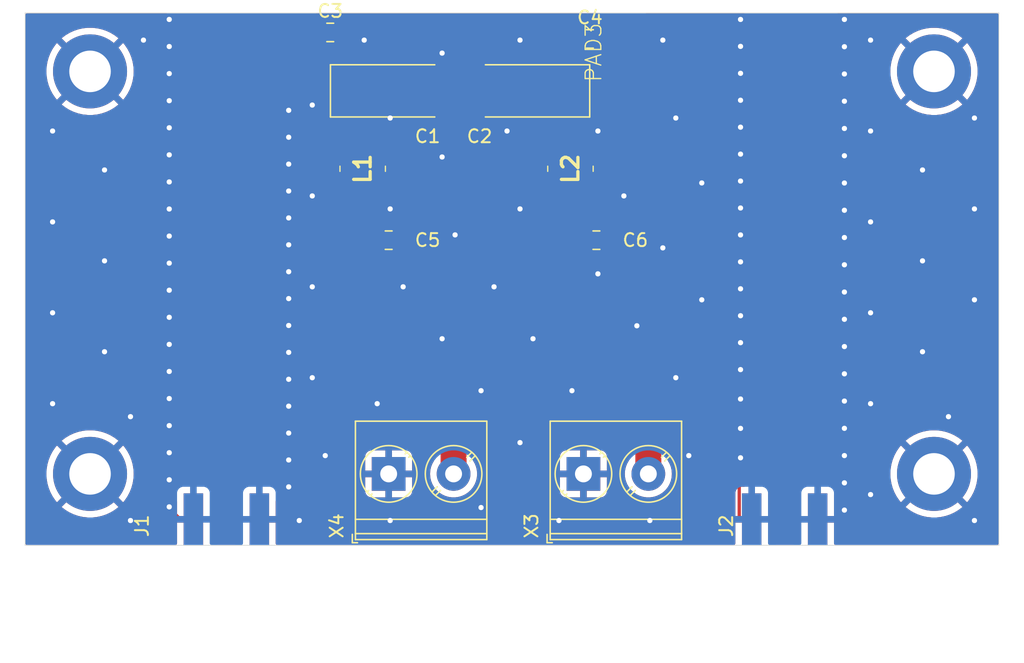
<source format=kicad_pcb>
(kicad_pcb (version 20221018) (generator pcbnew)
  (layers (0 "F.Cu" signal "Top") (31 "B.Cu" signal "Bottom") (34 "B.Paste" user) (35 "F.Paste" user) (36 "B.SilkS" user "B.Silkscreen") (37 "F.SilkS" user "F.Silkscreen") (38 "B.Mask" user) (39 "F.Mask" user) (44 "Edge.Cuts" user))
  (net 0 "")
  (net 1 "GND")
  (net 2 "Net-(C5-Pad1)")
  (net 3 "Net-(C6-Pad1)")
  (net 4 "Net-(J1-Pad1)")
  (net 5 "Net-(J2-Pad1)")
  (net 6 "Net-(C1-Pad1)")
  (net 7 "Net-(C2-Pad1)")
  (footprint "main_new:SMD2,54-5,08" (layer "F.Cu") (at 106.4911 102.4036)
    (fp_text reference "PAD1" hide)
    (fp_text value "SMD5")
    (pad "1" smd rect (at 0 0) (size 2.54 5.08) (layers "F.Cu" "F.Paste" "F.Mask") (net 4 "Net-(J1-Pad1)"))
  )
  (footprint "main_new:SMD2,54-5,08" (layer "F.Cu") (at 111.5911 102.4036)
    (fp_text reference "PAD2" hide)
    (fp_text value "SMD5")
    (pad "1" smd rect (at 0 0) (size 2.54 5.08) (layers "F.Cu" "F.Paste" "F.Mask") (net 6 "Net-(C1-Pad1)"))
  )
  (footprint "main_new:SMD2,54-5,08" (layer "F.Cu") (at 136.9911 102.4036)
    (fp_text reference "PAD3" (at -1.5 2.5 90) (layer "F.SilkS") (effects (font (size 1.2065 1.2065) (thickness 0.1016)) (justify left bottom)))
    (fp_text value "SMD5")
    (pad "1" smd rect (at 0 0) (size 2.54 5.08) (layers "F.Cu" "F.Paste" "F.Mask") (net 7 "Net-(C2-Pad1)"))
  )
  (footprint "main_new:SMD2,54-5,08" (layer "F.Cu") (at 149.5 102.5)
    (fp_text reference "PAD4" hide)
    (fp_text value "SMD5")
    (pad "1" smd rect (at 0 0) (size 2.54 5.08) (layers "F.Cu" "F.Paste" "F.Mask") (net 5 "Net-(J2-Pad1)"))
  )
  (footprint "SMA_PINS:SMA_EDGE_NRW" (layer "F.Cu") (at 106.5 138.5 -90)
    (fp_text reference "J1" (at 0.5 6.5 90) (layer "F.SilkS"))
    (fp_text value "Conn_Coaxial" hide)
    (pad "1" smd rect (at 0 0 270) (size 4 1.4) (layers "F.Cu" "F.Paste" "F.Mask") (net 4 "Net-(J1-Pad1)"))
    (pad "2" smd rect (at 0 -2.54 270) (size 4 1.5) (layers "F.Cu" "F.Paste" "F.Mask") (net 1 "GND"))
    (pad "2" smd rect (at 0 -2.54 270) (size 4 1.5) (layers "B.Cu" "B.Paste" "B.Mask") (net 1 "GND"))
    (pad "2" smd rect (at 0 2.54 270) (size 4 1.5) (layers "F.Cu" "F.Paste" "F.Mask") (net 1 "GND"))
    (pad "2" smd rect (at 0 2.54 270) (size 4 1.5) (layers "B.Cu" "B.Paste" "B.Mask") (net 1 "GND"))
  )
  (footprint "SMA_PINS:SMA_EDGE_NRW" (layer "F.Cu") (at 149.5 138.5 -90)
    (fp_text reference "J2" (at 0.5 4.5 270) (layer "F.SilkS"))
    (fp_text value "Conn_Coaxial" hide)
    (pad "1" smd rect (at 0 0 270) (size 4 1.4) (layers "F.Cu" "F.Paste" "F.Mask") (net 5 "Net-(J2-Pad1)"))
    (pad "2" smd rect (at 0 -2.54 270) (size 4 1.5) (layers "F.Cu" "F.Paste" "F.Mask") (net 1 "GND"))
    (pad "2" smd rect (at 0 -2.54 270) (size 4 1.5) (layers "B.Cu" "B.Paste" "B.Mask") (net 1 "GND"))
    (pad "2" smd rect (at 0 2.54 270) (size 4 1.5) (layers "F.Cu" "F.Paste" "F.Mask") (net 1 "GND"))
    (pad "2" smd rect (at 0 2.54 270) (size 4 1.5) (layers "B.Cu" "B.Paste" "B.Mask") (net 1 "GND"))
  )
  (footprint "MountingHole:MountingHole_3.2mm_M3_ISO7380_Pad" (layer "F.Cu") (at 161 104)
    (fp_text reference "H1" hide)
    (fp_text value "MountingHole_Pad")
    (pad "1" thru_hole circle (at 0 0) (size 5.7 5.7) (drill 3.2) (layers "*.Cu" "*.Mask") (net 1 "GND"))
  )
  (footprint "MountingHole:MountingHole_3.2mm_M3_ISO7380_Pad" (layer "F.Cu") (at 161 135)
    (fp_text reference "H2" hide)
    (fp_text value "MountingHole_Pad")
    (pad "1" thru_hole circle (at 0 0) (size 5.7 5.7) (drill 3.2) (layers "*.Cu" "*.Mask") (net 1 "GND"))
  )
  (footprint "MountingHole:MountingHole_3.2mm_M3_ISO7380_Pad" (layer "F.Cu") (at 96 135)
    (fp_text reference "H3" hide)
    (fp_text value "MountingHole_Pad")
    (pad "1" thru_hole circle (at 0 0) (size 5.7 5.7) (drill 3.2) (layers "*.Cu" "*.Mask") (net 1 "GND"))
  )
  (footprint "MountingHole:MountingHole_3.2mm_M3_ISO7380_Pad" (layer "F.Cu") (at 96 104)
    (fp_text reference "H4" hide)
    (fp_text value "MountingHole_Pad")
    (pad "1" thru_hole circle (at 0 0) (size 5.7 5.7) (drill 3.2) (layers "*.Cu" "*.Mask") (net 1 "GND"))
  )
  (footprint "Lib:XEL3520131MEB" (layer "F.Cu") (at 117 111.5 -90)
    (fp_text reference "L1" (at 0 0 90) (layer "F.SilkS") (effects (font (size 1.27 1.27) (thickness 0.254))))
    (fp_text value "130nH" hide)
    (fp_line (start -0.2 -1.75) (end 0.2 -1.75) (stroke (width 0.1)) (layer "F.SilkS"))
    (fp_line (start -0.2 1.75) (end 0.2 1.75) (stroke (width 0.1)) (layer "F.SilkS"))
    (pad "1" smd rect (at -0.9 0 270) (size 0.81 3.2) (layers "F.Cu" "F.Paste" "F.Mask") (net 6 "Net-(C1-Pad1)"))
    (pad "2" smd rect (at 0.9 0 270) (size 0.81 3.2) (layers "F.Cu" "F.Paste" "F.Mask") (net 2 "Net-(C5-Pad1)"))
  )
  (footprint "Lib:XEL3520131MEB" (layer "F.Cu") (at 133 111.5 -90)
    (fp_text reference "L2" (at 0 0 90) (layer "F.SilkS") (effects (font (size 1.27 1.27) (thickness 0.254))))
    (fp_text value "130nH" hide)
    (fp_line (start -0.2 -1.75) (end 0.2 -1.75) (stroke (width 0.1)) (layer "F.SilkS"))
    (fp_line (start -0.2 1.75) (end 0.2 1.75) (stroke (width 0.1)) (layer "F.SilkS"))
    (pad "1" smd rect (at -0.9 0 270) (size 0.81 3.2) (layers "F.Cu" "F.Paste" "F.Mask") (net 7 "Net-(C2-Pad1)"))
    (pad "2" smd rect (at 0.9 0 270) (size 0.81 3.2) (layers "F.Cu" "F.Paste" "F.Mask") (net 3 "Net-(C6-Pad1)"))
  )
  (footprint "Capacitor_SMD:C_0805_2012Metric_Pad1.15x1.40mm_HandSolder" (layer "F.Cu") (at 114.5 101)
    (fp_text reference "C3" (at 0 -1.65) (layer "F.SilkS"))
    (fp_text value "15n")
    (fp_line (start -0.261252 -0.71) (end 0.261252 -0.71) (stroke (width 0.12)) (layer "F.SilkS"))
    (fp_line (start -0.261252 0.71) (end 0.261252 0.71) (stroke (width 0.12)) (layer "F.SilkS"))
    (pad "1" smd roundrect (at -1.025 0) (size 1.15 1.4) (layers "F.Cu" "F.Paste" "F.Mask") (roundrect_rratio 0.217391) (net 6 "Net-(C1-Pad1)"))
    (pad "2" smd roundrect (at 1.025 0) (size 1.15 1.4) (layers "F.Cu" "F.Paste" "F.Mask") (roundrect_rratio 0.217391) (net 1 "GND"))
  )
  (footprint "Capacitor_SMD:C_0805_2012Metric_Pad1.15x1.40mm_HandSolder" (layer "F.Cu") (at 134.5 101.5)
    (fp_text reference "C4" (at 0 -1.65) (layer "F.SilkS"))
    (fp_text value "15n")
    (fp_line (start -0.261252 -0.71) (end 0.261252 -0.71) (stroke (width 0.12)) (layer "F.SilkS"))
    (fp_line (start -0.261252 0.71) (end 0.261252 0.71) (stroke (width 0.12)) (layer "F.SilkS"))
    (pad "1" smd roundrect (at -1.025 0) (size 1.15 1.4) (layers "F.Cu" "F.Paste" "F.Mask") (roundrect_rratio 0.217391) (net 1 "GND"))
    (pad "2" smd roundrect (at 1.025 0) (size 1.15 1.4) (layers "F.Cu" "F.Paste" "F.Mask") (roundrect_rratio 0.217391) (net 7 "Net-(C2-Pad1)"))
  )
  (footprint "Capacitor_SMD:C_0805_2012Metric_Pad1.15x1.40mm_HandSolder" (layer "F.Cu") (at 119 117)
    (fp_text reference "C5" (at 3 0) (layer "F.SilkS"))
    (fp_text value "15n")
    (fp_line (start -0.261252 -0.71) (end 0.261252 -0.71) (stroke (width 0.12)) (layer "F.SilkS"))
    (fp_line (start -0.261252 0.71) (end 0.261252 0.71) (stroke (width 0.12)) (layer "F.SilkS"))
    (pad "1" smd roundrect (at -1.025 0) (size 1.15 1.4) (layers "F.Cu" "F.Paste" "F.Mask") (roundrect_rratio 0.217391) (net 2 "Net-(C5-Pad1)"))
    (pad "2" smd roundrect (at 1.025 0) (size 1.15 1.4) (layers "F.Cu" "F.Paste" "F.Mask") (roundrect_rratio 0.217391) (net 1 "GND"))
  )
  (footprint "Capacitor_Tantalum_SMD:CP_EIA-7132-28_AVX-C_Pad2.72x3.50mm_HandSolder" (layer "F.Cu") (at 130 105.5 180)
    (fp_text reference "C2" (at 4 -3.5) (layer "F.SilkS"))
    (fp_text value "10uF")
    (fp_line (start -4.485 -2.01) (end -4.485 2.01) (stroke (width 0.12)) (layer "F.SilkS"))
    (fp_line (start -4.485 2.01) (end 3.55 2.01) (stroke (width 0.12)) (layer "F.SilkS"))
    (fp_line (start 3.55 -2.01) (end -4.485 -2.01) (stroke (width 0.12)) (layer "F.SilkS"))
    (pad "1" smd roundrect (at -2.8625 0 180) (size 2.725 3.5) (layers "F.Cu" "F.Paste" "F.Mask") (roundrect_rratio 0.091743) (net 7 "Net-(C2-Pad1)"))
    (pad "2" smd roundrect (at 2.8625 0 180) (size 2.725 3.5) (layers "F.Cu" "F.Paste" "F.Mask") (roundrect_rratio 0.091743) (net 1 "GND"))
  )
  (footprint "Capacitor_Tantalum_SMD:CP_EIA-7132-28_AVX-C_Pad2.72x3.50mm_HandSolder" (layer "F.Cu") (at 119 105.5)
    (fp_text reference "C1" (at 3 3.5) (layer "F.SilkS"))
    (fp_text value "10uF")
    (fp_line (start -4.485 -2.01) (end -4.485 2.01) (stroke (width 0.12)) (layer "F.SilkS"))
    (fp_line (start -4.485 2.01) (end 3.55 2.01) (stroke (width 0.12)) (layer "F.SilkS"))
    (fp_line (start 3.55 -2.01) (end -4.485 -2.01) (stroke (width 0.12)) (layer "F.SilkS"))
    (pad "1" smd roundrect (at -2.8625 0) (size 2.725 3.5) (layers "F.Cu" "F.Paste" "F.Mask") (roundrect_rratio 0.091743) (net 6 "Net-(C1-Pad1)"))
    (pad "2" smd roundrect (at 2.8625 0) (size 2.725 3.5) (layers "F.Cu" "F.Paste" "F.Mask") (roundrect_rratio 0.091743) (net 1 "GND"))
  )
  (footprint "TerminalBlock_Phoenix:TerminalBlock_Phoenix_PT-1,5-2-5.0-H_1x02_P5.00mm_Horizontal" (layer "F.Cu") (at 134 135)
    (fp_text reference "X3" (at -4 4 90) (layer "F.SilkS"))
    (fp_text value "AK500_2")
    (fp_line (start -2.8 4.66) (end -2.8 5.3) (stroke (width 0.12)) (layer "F.SilkS"))
    (fp_line (start -2.8 5.3) (end -2.4 5.3) (stroke (width 0.12)) (layer "F.SilkS"))
    (fp_line (start -2.56 -4.06) (end -2.56 5.06) (stroke (width 0.12)) (layer "F.SilkS"))
    (fp_line (start -2.56 -4.06) (end 7.56 -4.06) (stroke (width 0.12)) (layer "F.SilkS"))
    (fp_line (start -2.56 3.5) (end 7.56 3.5) (stroke (width 0.12)) (layer "F.SilkS"))
    (fp_line (start -2.56 4.6) (end 7.56 4.6) (stroke (width 0.12)) (layer "F.SilkS"))
    (fp_line (start -2.56 5.06) (end 7.56 5.06) (stroke (width 0.12)) (layer "F.SilkS"))
    (fp_line (start -1.548 1.281) (end -1.654 1.388) (stroke (width 0.12)) (layer "F.SilkS"))
    (fp_line (start -1.282 1.547) (end -1.388 1.654) (stroke (width 0.12)) (layer "F.SilkS"))
    (fp_line (start 1.388 -1.654) (end 1.281 -1.547) (stroke (width 0.12)) (layer "F.SilkS"))
    (fp_line (start 1.654 -1.388) (end 1.547 -1.281) (stroke (width 0.12)) (layer "F.SilkS"))
    (fp_line (start 3.742 0.992) (end 3.347 1.388) (stroke (width 0.12)) (layer "F.SilkS"))
    (fp_line (start 3.993 1.274) (end 3.613 1.654) (stroke (width 0.12)) (layer "F.SilkS"))
    (fp_line (start 6.388 -1.654) (end 6.008 -1.274) (stroke (width 0.12)) (layer "F.SilkS"))
    (fp_line (start 6.654 -1.388) (end 6.259 -0.992) (stroke (width 0.12)) (layer "F.SilkS"))
    (fp_line (start 7.56 -4.06) (end 7.56 5.06) (stroke (width 0.12)) (layer "F.SilkS"))
    (fp_circle (center 0 0) (end 2.18 0) (stroke (width 0.12)) (fill none) (layer "F.SilkS"))
    (fp_circle (center 5 0) (end 7.18 0) (stroke (width 0.12)) (fill none) (layer "F.SilkS"))
    (pad "1" thru_hole rect (at 0 0) (size 2.6 2.6) (drill 1.3) (layers "*.Cu" "*.Mask") (net 1 "GND"))
    (pad "2" thru_hole circle (at 5 0) (size 2.6 2.6) (drill 1.3) (layers "*.Cu" "*.Mask") (net 3 "Net-(C6-Pad1)"))
  )
  (footprint "TerminalBlock_Phoenix:TerminalBlock_Phoenix_PT-1,5-2-5.0-H_1x02_P5.00mm_Horizontal" (layer "F.Cu") (at 119 135)
    (fp_text reference "X4" (at -4 4 90) (layer "F.SilkS"))
    (fp_text value "AK500_2")
    (fp_line (start -2.8 4.66) (end -2.8 5.3) (stroke (width 0.12)) (layer "F.SilkS"))
    (fp_line (start -2.8 5.3) (end -2.4 5.3) (stroke (width 0.12)) (layer "F.SilkS"))
    (fp_line (start -2.56 -4.06) (end -2.56 5.06) (stroke (width 0.12)) (layer "F.SilkS"))
    (fp_line (start -2.56 -4.06) (end 7.56 -4.06) (stroke (width 0.12)) (layer "F.SilkS"))
    (fp_line (start -2.56 3.5) (end 7.56 3.5) (stroke (width 0.12)) (layer "F.SilkS"))
    (fp_line (start -2.56 4.6) (end 7.56 4.6) (stroke (width 0.12)) (layer "F.SilkS"))
    (fp_line (start -2.56 5.06) (end 7.56 5.06) (stroke (width 0.12)) (layer "F.SilkS"))
    (fp_line (start -1.548 1.281) (end -1.654 1.388) (stroke (width 0.12)) (layer "F.SilkS"))
    (fp_line (start -1.282 1.547) (end -1.388 1.654) (stroke (width 0.12)) (layer "F.SilkS"))
    (fp_line (start 1.388 -1.654) (end 1.281 -1.547) (stroke (width 0.12)) (layer "F.SilkS"))
    (fp_line (start 1.654 -1.388) (end 1.547 -1.281) (stroke (width 0.12)) (layer "F.SilkS"))
    (fp_line (start 3.742 0.992) (end 3.347 1.388) (stroke (width 0.12)) (layer "F.SilkS"))
    (fp_line (start 3.993 1.274) (end 3.613 1.654) (stroke (width 0.12)) (layer "F.SilkS"))
    (fp_line (start 6.388 -1.654) (end 6.008 -1.274) (stroke (width 0.12)) (layer "F.SilkS"))
    (fp_line (start 6.654 -1.388) (end 6.259 -0.992) (stroke (width 0.12)) (layer "F.SilkS"))
    (fp_line (start 7.56 -4.06) (end 7.56 5.06) (stroke (width 0.12)) (layer "F.SilkS"))
    (fp_circle (center 0 0) (end 2.18 0) (stroke (width 0.12)) (fill none) (layer "F.SilkS"))
    (fp_circle (center 5 0) (end 7.18 0) (stroke (width 0.12)) (fill none) (layer "F.SilkS"))
    (pad "1" thru_hole rect (at 0 0) (size 2.6 2.6) (drill 1.3) (layers "*.Cu" "*.Mask") (net 1 "GND"))
    (pad "2" thru_hole circle (at 5 0) (size 2.6 2.6) (drill 1.3) (layers "*.Cu" "*.Mask") (net 2 "Net-(C5-Pad1)"))
  )
  (footprint "Capacitor_SMD:C_0805_2012Metric_Pad1.15x1.40mm_HandSolder" (layer "F.Cu") (at 135 117)
    (fp_text reference "C6" (at 3 0) (layer "F.SilkS"))
    (fp_text value "15n")
    (fp_line (start -0.261252 -0.71) (end 0.261252 -0.71) (stroke (width 0.12)) (layer "F.SilkS"))
    (fp_line (start -0.261252 0.71) (end 0.261252 0.71) (stroke (width 0.12)) (layer "F.SilkS"))
    (pad "1" smd roundrect (at -1.025 0) (size 1.15 1.4) (layers "F.Cu" "F.Paste" "F.Mask") (roundrect_rratio 0.217391) (net 3 "Net-(C6-Pad1)"))
    (pad "2" smd roundrect (at 1.025 0) (size 1.15 1.4) (layers "F.Cu" "F.Paste" "F.Mask") (roundrect_rratio 0.217391) (net 1 "GND"))
  )
  (gr_line (start 166 140.5) (end 91 140.5) (stroke (width 0.05)) (layer "Edge.Cuts"))
  (gr_line (start 91 99.5) (end 166 99.5) (stroke (width 0.05)) (layer "Edge.Cuts"))
  (gr_line (start 91 140.5) (end 91 99.5) (stroke (width 0.05)) (layer "Edge.Cuts"))
  (gr_line (start 166 99.5) (end 166 140.5) (stroke (width 0.05)) (layer "Edge.Cuts"))
  (segment (start 103.96 138.5) (end 102.96 138.5) (width 0.25) (layer "F.Cu") (net 1))
  (segment (start 146 138.29) (end 146 126.968164) (width 0.25) (layer "F.Cu") (net 1))
  (segment (start 111 107) (end 111 136) (width 0.25) (layer "F.Cu") (net 1))
  (segment (start 147.21 138.5) (end 146.21 138.5) (width 0.25) (layer "F.Cu") (net 1))
  (segment (start 102.96 138.5) (end 102 137.54) (width 0.25) (layer "F.Cu") (net 1))
  (segment (start 146 126.968164) (end 146 100) (width 0.25) (layer "F.Cu") (net 1))
  (segment (start 102 137.54) (end 102 100) (width 0.25) (layer "F.Cu") (net 1))
  (segment (start 146.21 138.5) (end 146 138.29) (width 0.25) (layer "F.Cu") (net 1))
  (segment (start 154 137.79) (end 154 100) (width 0.25) (layer "F.Cu") (net 1))
  (segment (start 153.29 138.5) (end 154 137.79) (width 0.25) (layer "F.Cu") (net 1))
  (segment (start 152.29 138.5) (end 153.29 138.5) (width 0.25) (layer "F.Cu") (net 1))
  (via (at 141.115476 107.5925) (size 0.8) (drill 0.4) (layers "F.Cu" "B.Cu") (net 1))
  (via (at 102.1 131.283333) (size 0.8) (drill 0.4) (layers "F.Cu" "B.Cu") (net 1))
  (via (at 154.1 104.198888) (size 0.8) (drill 0.4) (layers "F.Cu" "B.Cu") (net 1))
  (via (at 156.115476 108.5925) (size 0.8) (drill 0.4) (layers "F.Cu" "B.Cu") (net 1))
  (via (at 156.115476 122.5925) (size 0.8) (drill 0.4) (layers "F.Cu" "B.Cu") (net 1))
  (via (at 154.1 118.895) (size 0.8) (drill 0.4) (layers "F.Cu" "B.Cu") (net 1))
  (via (at 154.1 129.392222) (size 0.8) (drill 0.4) (layers "F.Cu" "B.Cu") (net 1))
  (via (at 102.1 106.256666) (size 0.8) (drill 0.4) (layers "F.Cu" "B.Cu") (net 1))
  (via (at 154.1 116.795555) (size 0.8) (drill 0.4) (layers "F.Cu" "B.Cu") (net 1))
  (via (at 111.3 115.285714) (size 0.8) (drill 0.4) (layers "F.Cu" "B.Cu") (net 1))
  (via (at 154.1 102.099444) (size 0.8) (drill 0.4) (layers "F.Cu" "B.Cu") (net 1))
  (via (at 126.115476 137.5925) (size 0.8) (drill 0.4) (layers "F.Cu" "B.Cu") (net 1))
  (via (at 102.1 108.342222) (size 0.8) (drill 0.4) (layers "F.Cu" "B.Cu") (net 1))
  (via (at 130.115476 124.5925) (size 0.8) (drill 0.4) (layers "F.Cu" "B.Cu") (net 1))
  (via (at 113.115476 113.5925) (size 0.8) (drill 0.4) (layers "F.Cu" "B.Cu") (net 1))
  (via (at 111.3 109.071428) (size 0.8) (drill 0.4) (layers "F.Cu" "B.Cu") (net 1))
  (via (at 111.3 127.714285) (size 0.8) (drill 0.4) (layers "F.Cu" "B.Cu") (net 1))
  (via (at 146.1 102.074474) (size 0.8) (drill 0.4) (layers "F.Cu" "B.Cu") (net 1))
  (via (at 162.115476 130.5925) (size 0.8) (drill 0.4) (layers "F.Cu" "B.Cu") (net 1))
  (via (at 128.115476 108.5925) (size 0.8) (drill 0.4) (layers "F.Cu" "B.Cu") (net 1))
  (via (at 132.115476 138.5925) (size 0.8) (drill 0.4) (layers "F.Cu" "B.Cu") (net 1))
  (via (at 118.115476 129.5925) (size 0.8) (drill 0.4) (layers "F.Cu" "B.Cu") (net 1))
  (via (at 102.1 135.454444) (size 0.8) (drill 0.4) (layers "F.Cu" "B.Cu") (net 1))
  (via (at 146.1 110.37237) (size 0.8) (drill 0.4) (layers "F.Cu" "B.Cu") (net 1))
  (via (at 160.115476 111.5925) (size 0.8) (drill 0.4) (layers "F.Cu" "B.Cu") (net 1))
  (via (at 142.115476 133.5925) (size 0.8) (drill 0.4) (layers "F.Cu" "B.Cu") (net 1))
  (via (at 137.115476 113.5925) (size 0.8) (drill 0.4) (layers "F.Cu" "B.Cu") (net 1))
  (via (at 154.1 108.397777) (size 0.8) (drill 0.4) (layers "F.Cu" "B.Cu") (net 1))
  (via (at 124.115476 116.5925) (size 0.8) (drill 0.4) (layers "F.Cu" "B.Cu") (net 1))
  (via (at 102.1 102.085555) (size 0.8) (drill 0.4) (layers "F.Cu" "B.Cu") (net 1))
  (via (at 102.1 116.684444) (size 0.8) (drill 0.4) (layers "F.Cu" "B.Cu") (net 1))
  (via (at 146.1 120.744741) (size 0.8) (drill 0.4) (layers "F.Cu" "B.Cu") (net 1))
  (via (at 113.115476 120.5925) (size 0.8) (drill 0.4) (layers "F.Cu" "B.Cu") (net 1))
  (via (at 146.1 122.819215) (size 0.8) (drill 0.4) (layers "F.Cu" "B.Cu") (net 1))
  (via (at 111.3 119.428571) (size 0.8) (drill 0.4) (layers "F.Cu" "B.Cu") (net 1))
  (via (at 133.115476 128.5925) (size 0.8) (drill 0.4) (layers "F.Cu" "B.Cu") (net 1))
  (via (at 154.1 125.193333) (size 0.8) (drill 0.4) (layers "F.Cu" "B.Cu") (net 1))
  (via (at 140.115476 117.5925) (size 0.8) (drill 0.4) (layers "F.Cu" "B.Cu") (net 1))
  (via (at 141.115476 127.5925) (size 0.8) (drill 0.4) (layers "F.Cu" "B.Cu") (net 1))
  (via (at 154.1 100) (size 0.8) (drill 0.4) (layers "F.Cu" "B.Cu") (net 1))
  (via (at 102.1 110.427777) (size 0.8) (drill 0.4) (layers "F.Cu" "B.Cu") (net 1))
  (via (at 117.115476 101.5925) (size 0.8) (drill 0.4) (layers "F.Cu" "B.Cu") (net 1))
  (via (at 129.115476 101.5925) (size 0.8) (drill 0.4) (layers "F.Cu" "B.Cu") (net 1))
  (via (at 154.1 135.690555) (size 0.8) (drill 0.4) (layers "F.Cu" "B.Cu") (net 1))
  (via (at 146.1 118.670267) (size 0.8) (drill 0.4) (layers "F.Cu" "B.Cu") (net 1))
  (via (at 100.115476 101.5925) (size 0.8) (drill 0.4) (layers "F.Cu" "B.Cu") (net 1))
  (via (at 102.1 100) (size 0.8) (drill 0.4) (layers "F.Cu" "B.Cu") (net 1))
  (via (at 146.1 112.446844) (size 0.8) (drill 0.4) (layers "F.Cu" "B.Cu") (net 1))
  (via (at 164.115476 121.5925) (size 0.8) (drill 0.4) (layers "F.Cu" "B.Cu") (net 1))
  (via (at 123.115476 102.5925) (size 0.8) (drill 0.4) (layers "F.Cu" "B.Cu") (net 1))
  (via (at 102.1 104.171111) (size 0.8) (drill 0.4) (layers "F.Cu" "B.Cu") (net 1))
  (via (at 102.1 129.197777) (size 0.8) (drill 0.4) (layers "F.Cu" "B.Cu") (net 1))
  (via (at 146.1 104.148948) (size 0.8) (drill 0.4) (layers "F.Cu" "B.Cu") (net 1))
  (via (at 154.1 123.093888) (size 0.8) (drill 0.4) (layers "F.Cu" "B.Cu") (net 1))
  (via (at 113.115476 127.5925) (size 0.8) (drill 0.4) (layers "F.Cu" "B.Cu") (net 1))
  (via (at 102.1 112.513333) (size 0.8) (drill 0.4) (layers "F.Cu" "B.Cu") (net 1))
  (via (at 164.115476 114.5925) (size 0.8) (drill 0.4) (layers "F.Cu" "B.Cu") (net 1))
  (via (at 154.1 114.696111) (size 0.8) (drill 0.4) (layers "F.Cu" "B.Cu") (net 1))
  (via (at 112.115476 138.5925) (size 0.8) (drill 0.4) (layers "F.Cu" "B.Cu") (net 1))
  (via (at 97.115476 118.5925) (size 0.8) (drill 0.4) (layers "F.Cu" "B.Cu") (net 1))
  (via (at 102.1 125.026666) (size 0.8) (drill 0.4) (layers "F.Cu" "B.Cu") (net 1))
  (via (at 154.1 127.292777) (size 0.8) (drill 0.4) (layers "F.Cu" "B.Cu") (net 1))
  (via (at 154.1 120.994444) (size 0.8) (drill 0.4) (layers "F.Cu" "B.Cu") (net 1))
  (via (at 156.115476 129.5925) (size 0.8) (drill 0.4) (layers "F.Cu" "B.Cu") (net 1))
  (via (at 146.1 126.968164) (size 0.8) (drill 0.4) (layers "F.Cu" "B.Cu") (net 1))
  (via (at 135.115476 108.5925) (size 0.8) (drill 0.4) (layers "F.Cu" "B.Cu") (net 1))
  (via (at 160.115476 125.5925) (size 0.8) (drill 0.4) (layers "F.Cu" "B.Cu") (net 1))
  (via (at 111.3 131.857142) (size 0.8) (drill 0.4) (layers "F.Cu" "B.Cu") (net 1))
  (via (at 160.115476 118.5925) (size 0.8) (drill 0.4) (layers "F.Cu" "B.Cu") (net 1))
  (via (at 93.115476 122.5925) (size 0.8) (drill 0.4) (layers "F.Cu" "B.Cu") (net 1))
  (via (at 164.115476 107.5925) (size 0.8) (drill 0.4) (layers "F.Cu" "B.Cu") (net 1))
  (via (at 97.115476 125.5925) (size 0.8) (drill 0.4) (layers "F.Cu" "B.Cu") (net 1))
  (via (at 143.115476 121.5925) (size 0.8) (drill 0.4) (layers "F.Cu" "B.Cu") (net 1))
  (via (at 99.115476 138.5925) (size 0.8) (drill 0.4) (layers "F.Cu" "B.Cu") (net 1))
  (via (at 146.1 131.496898) (size 0.8) (drill 0.4) (layers "F.Cu" "B.Cu") (net 1))
  (via (at 102.1 114.598888) (size 0.8) (drill 0.4) (layers "F.Cu" "B.Cu") (net 1))
  (via (at 102.1 120.855555) (size 0.8) (drill 0.4) (layers "F.Cu" "B.Cu") (net 1))
  (via (at 129.115476 114.5925) (size 0.8) (drill 0.4) (layers "F.Cu" "B.Cu") (net 1))
  (via (at 154.1 110.497222) (size 0.8) (drill 0.4) (layers "F.Cu" "B.Cu") (net 1))
  (via (at 102.1 118.77) (size 0.8) (drill 0.4) (layers "F.Cu" "B.Cu") (net 1))
  (via (at 138.115476 123.5925) (size 0.8) (drill 0.4) (layers "F.Cu" "B.Cu") (net 1))
  (via (at 146.1 100) (size 0.8) (drill 0.4) (layers "F.Cu" "B.Cu") (net 1))
  (via (at 119.115476 107.5925) (size 0.8) (drill 0.4) (layers "F.Cu" "B.Cu") (net 1))
  (via (at 93.115476 129.5925) (size 0.8) (drill 0.4) (layers "F.Cu" "B.Cu") (net 1))
  (via (at 111.3 111.142857) (size 0.8) (drill 0.4) (layers "F.Cu" "B.Cu") (net 1))
  (via (at 114.115476 133.5925) (size 0.8) (drill 0.4) (layers "F.Cu" "B.Cu") (net 1))
  (via (at 140.115476 101.5925) (size 0.8) (drill 0.4) (layers "F.Cu" "B.Cu") (net 1))
  (via (at 146.1 124.893689) (size 0.8) (drill 0.4) (layers "F.Cu" "B.Cu") (net 1))
  (via (at 143.115476 112.5925) (size 0.8) (drill 0.4) (layers "F.Cu" "B.Cu") (net 1))
  (via (at 146.1 108.297896) (size 0.8) (drill 0.4) (layers "F.Cu" "B.Cu") (net 1))
  (via (at 146.1 116.595793) (size 0.8) (drill 0.4) (layers "F.Cu" "B.Cu") (net 1))
  (via (at 154.1 106.298333) (size 0.8) (drill 0.4) (layers "F.Cu" "B.Cu") (net 1))
  (via (at 154.1 112.596666) (size 0.8) (drill 0.4) (layers "F.Cu" "B.Cu") (net 1))
  (via (at 146.1 129.232531) (size 0.8) (drill 0.4) (layers "F.Cu" "B.Cu") (net 1))
  (via (at 156.115476 101.5925) (size 0.8) (drill 0.4) (layers "F.Cu" "B.Cu") (net 1))
  (via (at 99.115476 130.5925) (size 0.8) (drill 0.4) (layers "F.Cu" "B.Cu") (net 1))
  (via (at 102.1 127.112222) (size 0.8) (drill 0.4) (layers "F.Cu" "B.Cu") (net 1))
  (via (at 123.115476 110.5925) (size 0.8) (drill 0.4) (layers "F.Cu" "B.Cu") (net 1))
  (via (at 139.115476 138.5925) (size 0.8) (drill 0.4) (layers "F.Cu" "B.Cu") (net 1))
  (via (at 129.115476 132.5925) (size 0.8) (drill 0.4) (layers "F.Cu" "B.Cu") (net 1))
  (via (at 146.1 106.223422) (size 0.8) (drill 0.4) (layers "F.Cu" "B.Cu") (net 1))
  (via (at 120.115476 120.5925) (size 0.8) (drill 0.4) (layers "F.Cu" "B.Cu") (net 1))
  (via (at 111.3 129.785714) (size 0.8) (drill 0.4) (layers "F.Cu" "B.Cu") (net 1))
  (via (at 164.115476 138.5925) (size 0.8) (drill 0.4) (layers "F.Cu" "B.Cu") (net 1))
  (via (at 123.115476 124.5925) (size 0.8) (drill 0.4) (layers "F.Cu" "B.Cu") (net 1))
  (via (at 146.1 114.521319) (size 0.8) (drill 0.4) (layers "F.Cu" "B.Cu") (net 1))
  (via (at 135.115476 119.5925) (size 0.8) (drill 0.4) (layers "F.Cu" "B.Cu") (net 1))
  (via (at 93.115476 115.5925) (size 0.8) (drill 0.4) (layers "F.Cu" "B.Cu") (net 1))
  (via (at 156.115476 136.5925) (size 0.8) (drill 0.4) (layers "F.Cu" "B.Cu") (net 1))
  (via (at 111.3 121.5) (size 0.8) (drill 0.4) (layers "F.Cu" "B.Cu") (net 1))
  (via (at 156.115476 115.5925) (size 0.8) (drill 0.4) (layers "F.Cu" "B.Cu") (net 1))
  (via (at 146.1 133.761265) (size 0.8) (drill 0.4) (layers "F.Cu" "B.Cu") (net 1))
  (via (at 111.3 123.571428) (size 0.8) (drill 0.4) (layers "F.Cu" "B.Cu") (net 1))
  (via (at 154.1 131.491666) (size 0.8) (drill 0.4) (layers "F.Cu" "B.Cu") (net 1))
  (via (at 111.3 107) (size 0.8) (drill 0.4) (layers "F.Cu" "B.Cu") (net 1))
  (via (at 119.115476 114.5925) (size 0.8) (drill 0.4) (layers "F.Cu" "B.Cu") (net 1))
  (via (at 111.3 125.642857) (size 0.8) (drill 0.4) (layers "F.Cu" "B.Cu") (net 1))
  (via (at 93.115476 108.5925) (size 0.8) (drill 0.4) (layers "F.Cu" "B.Cu") (net 1))
  (via (at 111.3 117.357142) (size 0.8) (drill 0.4) (layers "F.Cu" "B.Cu") (net 1))
  (via (at 126.115476 128.5925) (size 0.8) (drill 0.4) (layers "F.Cu" "B.Cu") (net 1))
  (via (at 127.115476 120.5925) (size 0.8) (drill 0.4) (layers "F.Cu" "B.Cu") (net 1))
  (via (at 154.1 137.79) (size 0.8) (drill 0.4) (layers "F.Cu" "B.Cu") (net 1))
  (via (at 97.115476 111.5925) (size 0.8) (drill 0.4) (layers "F.Cu" "B.Cu") (net 1))
  (via (at 111.3 133.928571) (size 0.8) (drill 0.4) (layers "F.Cu" "B.Cu") (net 1))
  (via (at 102.1 122.941111) (size 0.8) (drill 0.4) (layers "F.Cu" "B.Cu") (net 1))
  (via (at 113.115476 106.5925) (size 0.8) (drill 0.4) (layers "F.Cu" "B.Cu") (net 1))
  (via (at 119.115476 138.5925) (size 0.8) (drill 0.4) (layers "F.Cu" "B.Cu") (net 1))
  (via (at 102.1 133.368888) (size 0.8) (drill 0.4) (layers "F.Cu" "B.Cu") (net 1))
  (via (at 111.3 113.214285) (size 0.8) (drill 0.4) (layers "F.Cu" "B.Cu") (net 1))
  (via (at 102.1 137.54) (size 0.8) (drill 0.4) (layers "F.Cu" "B.Cu") (net 1))
  (via (at 111.3 136) (size 0.8) (drill 0.4) (layers "F.Cu" "B.Cu") (net 1))
  (via (at 154.1 133.591111) (size 0.8) (drill 0.4) (layers "F.Cu" "B.Cu") (net 1))
  (segment (start 117.975 116.3) (end 117.675 116) (width 0.25) (layer "F.Cu") (net 2))
  (segment (start 117.675 116) (end 117 116) (width 0.25) (layer "F.Cu") (net 2))
  (segment (start 117 116) (end 117 123) (width 2) (layer "F.Cu") (net 2))
  (segment (start 117.975 117) (end 117.975 116.3) (width 0.25) (layer "F.Cu") (net 2))
  (segment (start 124 130) (end 124 135) (width 2) (layer "F.Cu") (net 2))
  (segment (start 117 123) (end 124 130) (width 2) (layer "F.Cu") (net 2))
  (segment (start 117 113) (end 117 116) (width 2) (layer "F.Cu") (net 2))
  (segment (start 133 113) (end 133 115) (width 2) (layer "F.Cu") (net 3))
  (segment (start 133.975 116.3) (end 133 115.325) (width 0.25) (layer "F.Cu") (net 3))
  (segment (start 133 115) (end 133 124) (width 2) (layer "F.Cu") (net 3))
  (segment (start 139 130) (end 139 135) (width 2) (layer "F.Cu") (net 3))
  (segment (start 133.975 117) (end 133.975 116.3) (width 0.25) (layer "F.Cu") (net 3))
  (segment (start 133 115.325) (end 133 115) (width 0.25) (layer "F.Cu") (net 3))
  (segment (start 133 124) (end 139 130) (width 2) (layer "F.Cu") (net 3))
  (segment (start 106.4911 102.4036) (end 106.4911 134.9911) (width 2.9) (layer "F.Cu") (net 4))
  (segment (start 106.5 135) (end 106.4911 134.9911) (width 1.5) (layer "F.Cu") (net 4))
  (segment (start 106.5 138.5) (end 106.5 135) (width 1.5) (layer "F.Cu") (net 4))
  (segment (start 149.5 135) (end 149.5 138.5) (width 1.5) (layer "F.Cu") (net 5))
  (segment (start 149.5 133) (end 149.5 135) (width 1.5) (layer "F.Cu") (net 5))
  (segment (start 149.5 102.5) (end 149.5 133) (width 2.9) (layer "F.Cu") (net 5))
  (segment (start 149.5 133) (end 149.5 134.5) (width 2.9) (layer "F.Cu") (net 5))
  (segment (start 116.1375 109.1375) (end 117 110) (width 2) (layer "F.Cu") (net 6))
  (segment (start 116.1375 105.5) (end 116.1375 109.1375) (width 2) (layer "F.Cu") (net 6))
  (segment (start 111.5911 102.4036) (end 113.0411 102.4036) (width 2) (layer "F.Cu") (net 6))
  (segment (start 113.475 101) (end 113.475 102.0397) (width 0.25) (layer "F.Cu") (net 6))
  (segment (start 113.1111 102.4036) (end 111.5911 102.4036) (width 0.25) (layer "F.Cu") (net 6))
  (segment (start 113.475 102.0397) (end 113.1111 102.4036) (width 0.25) (layer "F.Cu") (net 6))
  (segment (start 113.0411 102.4036) (end 116.1375 105.5) (width 2) (layer "F.Cu") (net 6))
  (segment (start 136.9911 102.4036) (end 135.9589 102.4036) (width 2) (layer "F.Cu") (net 7))
  (segment (start 132.8625 105.5) (end 132.8625 109.8625) (width 2) (layer "F.Cu") (net 7))
  (segment (start 136.0875 101.5) (end 136.9911 102.4036) (width 0.25) (layer "F.Cu") (net 7))
  (segment (start 135.9589 102.4036) (end 132.8625 105.5) (width 2) (layer "F.Cu") (net 7))
  (segment (start 135.525 101.5) (end 136.0875 101.5) (width 0.25) (layer "F.Cu") (net 7))
  (zone (net 0) (net_name "") (layer "F.Cu") (connect_pads (clearance 0)) (min_thickness 0.254)
    (keepout (tracks allowed) (vias allowed) (pads allowed) (copperpour not_allowed) (footprints allowed))
    (fill (thermal_gap 0.508) (thermal_bridge_width 0.508))
    (polygon (pts (xy 148.5 136) (xy 146.5 136) (xy 146.5 99.5) (xy 148.5 99.5)))
  )
  (zone (net 1) (net_name "GND") (layer "F.Cu") (connect_pads (clearance 0.508)) (min_thickness 0.254) (fill yes (thermal_gap 0.508) (thermal_bridge_width 0.508))
    (polygon (pts (xy 166 140.5) (xy 91 140.5) (xy 91 99.5) (xy 166 99.5)))
  )
  (zone (net 0) (net_name "") (layer "F.Cu") (connect_pads (clearance 0)) (min_thickness 0.254)
    (keepout (tracks allowed) (vias allowed) (pads allowed) (copperpour not_allowed) (footprints allowed))
    (fill (thermal_gap 0.508) (thermal_bridge_width 0.508))
    (polygon (pts (xy 111 137) (xy 102 137) (xy 102 99.5) (xy 111 99.5)))
  )
  (zone (net 0) (net_name "") (layer "F.Cu") (connect_pads (clearance 0)) (min_thickness 0.254)
    (keepout (tracks allowed) (vias allowed) (pads allowed) (copperpour not_allowed) (footprints allowed))
    (fill (thermal_gap 0.508) (thermal_bridge_width 0.508))
    (polygon (pts (xy 153.5 136.5) (xy 150.5 136.5) (xy 150.5 99.5) (xy 153.5 99.5)))
  )
  (zone (net 1) (net_name "GND") (layer "B.Cu") (connect_pads (clearance 0.508)) (min_thickness 0.254) (fill yes (thermal_gap 0.508) (thermal_bridge_width 0.508))
    (polygon (pts (xy 166 140.5) (xy 91 140.5) (xy 91 99.5) (xy 166 99.5)))
  )
)
</source>
